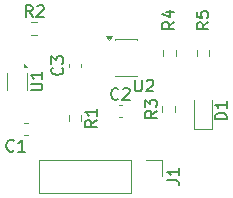
<source format=gbr>
%TF.GenerationSoftware,KiCad,Pcbnew,9.0.6*%
%TF.CreationDate,2026-01-27T12:25:22+08:00*%
%TF.ProjectId,TECHIN514_w26_Lab3,54454348-494e-4353-9134-5f7732365f4c,rev?*%
%TF.SameCoordinates,Original*%
%TF.FileFunction,Legend,Top*%
%TF.FilePolarity,Positive*%
%FSLAX46Y46*%
G04 Gerber Fmt 4.6, Leading zero omitted, Abs format (unit mm)*
G04 Created by KiCad (PCBNEW 9.0.6) date 2026-01-27 12:25:22*
%MOMM*%
%LPD*%
G01*
G04 APERTURE LIST*
%ADD10C,0.150000*%
%ADD11C,0.120000*%
G04 APERTURE END LIST*
D10*
X116578719Y-37468566D02*
X116102528Y-37801899D01*
X116578719Y-38039994D02*
X115578719Y-38039994D01*
X115578719Y-38039994D02*
X115578719Y-37659042D01*
X115578719Y-37659042D02*
X115626338Y-37563804D01*
X115626338Y-37563804D02*
X115673957Y-37516185D01*
X115673957Y-37516185D02*
X115769195Y-37468566D01*
X115769195Y-37468566D02*
X115912052Y-37468566D01*
X115912052Y-37468566D02*
X116007290Y-37516185D01*
X116007290Y-37516185D02*
X116054909Y-37563804D01*
X116054909Y-37563804D02*
X116102528Y-37659042D01*
X116102528Y-37659042D02*
X116102528Y-38039994D01*
X115578719Y-36563804D02*
X115578719Y-37039994D01*
X115578719Y-37039994D02*
X116054909Y-37087613D01*
X116054909Y-37087613D02*
X116007290Y-37039994D01*
X116007290Y-37039994D02*
X115959671Y-36944756D01*
X115959671Y-36944756D02*
X115959671Y-36706661D01*
X115959671Y-36706661D02*
X116007290Y-36611423D01*
X116007290Y-36611423D02*
X116054909Y-36563804D01*
X116054909Y-36563804D02*
X116150147Y-36516185D01*
X116150147Y-36516185D02*
X116388242Y-36516185D01*
X116388242Y-36516185D02*
X116483480Y-36563804D01*
X116483480Y-36563804D02*
X116531100Y-36611423D01*
X116531100Y-36611423D02*
X116578719Y-36706661D01*
X116578719Y-36706661D02*
X116578719Y-36944756D01*
X116578719Y-36944756D02*
X116531100Y-37039994D01*
X116531100Y-37039994D02*
X116483480Y-37087613D01*
X107153219Y-45752566D02*
X106677028Y-46085899D01*
X107153219Y-46323994D02*
X106153219Y-46323994D01*
X106153219Y-46323994D02*
X106153219Y-45943042D01*
X106153219Y-45943042D02*
X106200838Y-45847804D01*
X106200838Y-45847804D02*
X106248457Y-45800185D01*
X106248457Y-45800185D02*
X106343695Y-45752566D01*
X106343695Y-45752566D02*
X106486552Y-45752566D01*
X106486552Y-45752566D02*
X106581790Y-45800185D01*
X106581790Y-45800185D02*
X106629409Y-45847804D01*
X106629409Y-45847804D02*
X106677028Y-45943042D01*
X106677028Y-45943042D02*
X106677028Y-46323994D01*
X107153219Y-44800185D02*
X107153219Y-45371613D01*
X107153219Y-45085899D02*
X106153219Y-45085899D01*
X106153219Y-45085899D02*
X106296076Y-45181137D01*
X106296076Y-45181137D02*
X106391314Y-45276375D01*
X106391314Y-45276375D02*
X106438933Y-45371613D01*
X118130019Y-45687294D02*
X117130019Y-45687294D01*
X117130019Y-45687294D02*
X117130019Y-45449199D01*
X117130019Y-45449199D02*
X117177638Y-45306342D01*
X117177638Y-45306342D02*
X117272876Y-45211104D01*
X117272876Y-45211104D02*
X117368114Y-45163485D01*
X117368114Y-45163485D02*
X117558590Y-45115866D01*
X117558590Y-45115866D02*
X117701447Y-45115866D01*
X117701447Y-45115866D02*
X117891923Y-45163485D01*
X117891923Y-45163485D02*
X117987161Y-45211104D01*
X117987161Y-45211104D02*
X118082400Y-45306342D01*
X118082400Y-45306342D02*
X118130019Y-45449199D01*
X118130019Y-45449199D02*
X118130019Y-45687294D01*
X118130019Y-44163485D02*
X118130019Y-44734913D01*
X118130019Y-44449199D02*
X117130019Y-44449199D01*
X117130019Y-44449199D02*
X117272876Y-44544437D01*
X117272876Y-44544437D02*
X117368114Y-44639675D01*
X117368114Y-44639675D02*
X117415733Y-44734913D01*
X112229619Y-44961566D02*
X111753428Y-45294899D01*
X112229619Y-45532994D02*
X111229619Y-45532994D01*
X111229619Y-45532994D02*
X111229619Y-45152042D01*
X111229619Y-45152042D02*
X111277238Y-45056804D01*
X111277238Y-45056804D02*
X111324857Y-45009185D01*
X111324857Y-45009185D02*
X111420095Y-44961566D01*
X111420095Y-44961566D02*
X111562952Y-44961566D01*
X111562952Y-44961566D02*
X111658190Y-45009185D01*
X111658190Y-45009185D02*
X111705809Y-45056804D01*
X111705809Y-45056804D02*
X111753428Y-45152042D01*
X111753428Y-45152042D02*
X111753428Y-45532994D01*
X111229619Y-44628232D02*
X111229619Y-44009185D01*
X111229619Y-44009185D02*
X111610571Y-44342518D01*
X111610571Y-44342518D02*
X111610571Y-44199661D01*
X111610571Y-44199661D02*
X111658190Y-44104423D01*
X111658190Y-44104423D02*
X111705809Y-44056804D01*
X111705809Y-44056804D02*
X111801047Y-44009185D01*
X111801047Y-44009185D02*
X112039142Y-44009185D01*
X112039142Y-44009185D02*
X112134380Y-44056804D01*
X112134380Y-44056804D02*
X112182000Y-44104423D01*
X112182000Y-44104423D02*
X112229619Y-44199661D01*
X112229619Y-44199661D02*
X112229619Y-44485375D01*
X112229619Y-44485375D02*
X112182000Y-44580613D01*
X112182000Y-44580613D02*
X112134380Y-44628232D01*
X100101733Y-48307980D02*
X100054114Y-48355600D01*
X100054114Y-48355600D02*
X99911257Y-48403219D01*
X99911257Y-48403219D02*
X99816019Y-48403219D01*
X99816019Y-48403219D02*
X99673162Y-48355600D01*
X99673162Y-48355600D02*
X99577924Y-48260361D01*
X99577924Y-48260361D02*
X99530305Y-48165123D01*
X99530305Y-48165123D02*
X99482686Y-47974647D01*
X99482686Y-47974647D02*
X99482686Y-47831790D01*
X99482686Y-47831790D02*
X99530305Y-47641314D01*
X99530305Y-47641314D02*
X99577924Y-47546076D01*
X99577924Y-47546076D02*
X99673162Y-47450838D01*
X99673162Y-47450838D02*
X99816019Y-47403219D01*
X99816019Y-47403219D02*
X99911257Y-47403219D01*
X99911257Y-47403219D02*
X100054114Y-47450838D01*
X100054114Y-47450838D02*
X100101733Y-47498457D01*
X101054114Y-48403219D02*
X100482686Y-48403219D01*
X100768400Y-48403219D02*
X100768400Y-47403219D01*
X100768400Y-47403219D02*
X100673162Y-47546076D01*
X100673162Y-47546076D02*
X100577924Y-47641314D01*
X100577924Y-47641314D02*
X100482686Y-47688933D01*
X101523219Y-43235304D02*
X102332742Y-43235304D01*
X102332742Y-43235304D02*
X102427980Y-43187685D01*
X102427980Y-43187685D02*
X102475600Y-43140066D01*
X102475600Y-43140066D02*
X102523219Y-43044828D01*
X102523219Y-43044828D02*
X102523219Y-42854352D01*
X102523219Y-42854352D02*
X102475600Y-42759114D01*
X102475600Y-42759114D02*
X102427980Y-42711495D01*
X102427980Y-42711495D02*
X102332742Y-42663876D01*
X102332742Y-42663876D02*
X101523219Y-42663876D01*
X102523219Y-41663876D02*
X102523219Y-42235304D01*
X102523219Y-41949590D02*
X101523219Y-41949590D01*
X101523219Y-41949590D02*
X101666076Y-42044828D01*
X101666076Y-42044828D02*
X101761314Y-42140066D01*
X101761314Y-42140066D02*
X101808933Y-42235304D01*
X113103219Y-50831733D02*
X113817504Y-50831733D01*
X113817504Y-50831733D02*
X113960361Y-50879352D01*
X113960361Y-50879352D02*
X114055600Y-50974590D01*
X114055600Y-50974590D02*
X114103219Y-51117447D01*
X114103219Y-51117447D02*
X114103219Y-51212685D01*
X114103219Y-49831733D02*
X114103219Y-50403161D01*
X114103219Y-50117447D02*
X113103219Y-50117447D01*
X113103219Y-50117447D02*
X113246076Y-50212685D01*
X113246076Y-50212685D02*
X113341314Y-50307923D01*
X113341314Y-50307923D02*
X113388933Y-50403161D01*
X108964233Y-43927980D02*
X108916614Y-43975600D01*
X108916614Y-43975600D02*
X108773757Y-44023219D01*
X108773757Y-44023219D02*
X108678519Y-44023219D01*
X108678519Y-44023219D02*
X108535662Y-43975600D01*
X108535662Y-43975600D02*
X108440424Y-43880361D01*
X108440424Y-43880361D02*
X108392805Y-43785123D01*
X108392805Y-43785123D02*
X108345186Y-43594647D01*
X108345186Y-43594647D02*
X108345186Y-43451790D01*
X108345186Y-43451790D02*
X108392805Y-43261314D01*
X108392805Y-43261314D02*
X108440424Y-43166076D01*
X108440424Y-43166076D02*
X108535662Y-43070838D01*
X108535662Y-43070838D02*
X108678519Y-43023219D01*
X108678519Y-43023219D02*
X108773757Y-43023219D01*
X108773757Y-43023219D02*
X108916614Y-43070838D01*
X108916614Y-43070838D02*
X108964233Y-43118457D01*
X109345186Y-43118457D02*
X109392805Y-43070838D01*
X109392805Y-43070838D02*
X109488043Y-43023219D01*
X109488043Y-43023219D02*
X109726138Y-43023219D01*
X109726138Y-43023219D02*
X109821376Y-43070838D01*
X109821376Y-43070838D02*
X109868995Y-43118457D01*
X109868995Y-43118457D02*
X109916614Y-43213695D01*
X109916614Y-43213695D02*
X109916614Y-43308933D01*
X109916614Y-43308933D02*
X109868995Y-43451790D01*
X109868995Y-43451790D02*
X109297567Y-44023219D01*
X109297567Y-44023219D02*
X109916614Y-44023219D01*
X104197980Y-41302566D02*
X104245600Y-41350185D01*
X104245600Y-41350185D02*
X104293219Y-41493042D01*
X104293219Y-41493042D02*
X104293219Y-41588280D01*
X104293219Y-41588280D02*
X104245600Y-41731137D01*
X104245600Y-41731137D02*
X104150361Y-41826375D01*
X104150361Y-41826375D02*
X104055123Y-41873994D01*
X104055123Y-41873994D02*
X103864647Y-41921613D01*
X103864647Y-41921613D02*
X103721790Y-41921613D01*
X103721790Y-41921613D02*
X103531314Y-41873994D01*
X103531314Y-41873994D02*
X103436076Y-41826375D01*
X103436076Y-41826375D02*
X103340838Y-41731137D01*
X103340838Y-41731137D02*
X103293219Y-41588280D01*
X103293219Y-41588280D02*
X103293219Y-41493042D01*
X103293219Y-41493042D02*
X103340838Y-41350185D01*
X103340838Y-41350185D02*
X103388457Y-41302566D01*
X103293219Y-40969232D02*
X103293219Y-40350185D01*
X103293219Y-40350185D02*
X103674171Y-40683518D01*
X103674171Y-40683518D02*
X103674171Y-40540661D01*
X103674171Y-40540661D02*
X103721790Y-40445423D01*
X103721790Y-40445423D02*
X103769409Y-40397804D01*
X103769409Y-40397804D02*
X103864647Y-40350185D01*
X103864647Y-40350185D02*
X104102742Y-40350185D01*
X104102742Y-40350185D02*
X104197980Y-40397804D01*
X104197980Y-40397804D02*
X104245600Y-40445423D01*
X104245600Y-40445423D02*
X104293219Y-40540661D01*
X104293219Y-40540661D02*
X104293219Y-40826375D01*
X104293219Y-40826375D02*
X104245600Y-40921613D01*
X104245600Y-40921613D02*
X104197980Y-40969232D01*
X110360095Y-42321219D02*
X110360095Y-43130742D01*
X110360095Y-43130742D02*
X110407714Y-43225980D01*
X110407714Y-43225980D02*
X110455333Y-43273600D01*
X110455333Y-43273600D02*
X110550571Y-43321219D01*
X110550571Y-43321219D02*
X110741047Y-43321219D01*
X110741047Y-43321219D02*
X110836285Y-43273600D01*
X110836285Y-43273600D02*
X110883904Y-43225980D01*
X110883904Y-43225980D02*
X110931523Y-43130742D01*
X110931523Y-43130742D02*
X110931523Y-42321219D01*
X111360095Y-42416457D02*
X111407714Y-42368838D01*
X111407714Y-42368838D02*
X111502952Y-42321219D01*
X111502952Y-42321219D02*
X111741047Y-42321219D01*
X111741047Y-42321219D02*
X111836285Y-42368838D01*
X111836285Y-42368838D02*
X111883904Y-42416457D01*
X111883904Y-42416457D02*
X111931523Y-42511695D01*
X111931523Y-42511695D02*
X111931523Y-42606933D01*
X111931523Y-42606933D02*
X111883904Y-42749790D01*
X111883904Y-42749790D02*
X111312476Y-43321219D01*
X111312476Y-43321219D02*
X111931523Y-43321219D01*
X101689233Y-37023219D02*
X101355900Y-36547028D01*
X101117805Y-37023219D02*
X101117805Y-36023219D01*
X101117805Y-36023219D02*
X101498757Y-36023219D01*
X101498757Y-36023219D02*
X101593995Y-36070838D01*
X101593995Y-36070838D02*
X101641614Y-36118457D01*
X101641614Y-36118457D02*
X101689233Y-36213695D01*
X101689233Y-36213695D02*
X101689233Y-36356552D01*
X101689233Y-36356552D02*
X101641614Y-36451790D01*
X101641614Y-36451790D02*
X101593995Y-36499409D01*
X101593995Y-36499409D02*
X101498757Y-36547028D01*
X101498757Y-36547028D02*
X101117805Y-36547028D01*
X102070186Y-36118457D02*
X102117805Y-36070838D01*
X102117805Y-36070838D02*
X102213043Y-36023219D01*
X102213043Y-36023219D02*
X102451138Y-36023219D01*
X102451138Y-36023219D02*
X102546376Y-36070838D01*
X102546376Y-36070838D02*
X102593995Y-36118457D01*
X102593995Y-36118457D02*
X102641614Y-36213695D01*
X102641614Y-36213695D02*
X102641614Y-36308933D01*
X102641614Y-36308933D02*
X102593995Y-36451790D01*
X102593995Y-36451790D02*
X102022567Y-37023219D01*
X102022567Y-37023219D02*
X102641614Y-37023219D01*
X113685019Y-37419666D02*
X113208828Y-37752999D01*
X113685019Y-37991094D02*
X112685019Y-37991094D01*
X112685019Y-37991094D02*
X112685019Y-37610142D01*
X112685019Y-37610142D02*
X112732638Y-37514904D01*
X112732638Y-37514904D02*
X112780257Y-37467285D01*
X112780257Y-37467285D02*
X112875495Y-37419666D01*
X112875495Y-37419666D02*
X113018352Y-37419666D01*
X113018352Y-37419666D02*
X113113590Y-37467285D01*
X113113590Y-37467285D02*
X113161209Y-37514904D01*
X113161209Y-37514904D02*
X113208828Y-37610142D01*
X113208828Y-37610142D02*
X113208828Y-37991094D01*
X113018352Y-36562523D02*
X113685019Y-36562523D01*
X112637400Y-36800618D02*
X113351685Y-37038713D01*
X113351685Y-37038713D02*
X113351685Y-36419666D01*
D11*
%TO.C,R5*%
X115603300Y-39815776D02*
X115603300Y-40325224D01*
X116648300Y-39815776D02*
X116648300Y-40325224D01*
%TO.C,R1*%
X104745900Y-45331176D02*
X104745900Y-45840624D01*
X105790900Y-45331176D02*
X105790900Y-45840624D01*
%TO.C,D1*%
X115390800Y-44008200D02*
X115390800Y-46468200D01*
X115390800Y-46468200D02*
X116860800Y-46468200D01*
X116860800Y-46468200D02*
X116860800Y-44008200D01*
%TO.C,R3*%
X112682300Y-45049624D02*
X112682300Y-44540176D01*
X113727300Y-45049624D02*
X113727300Y-44540176D01*
%TO.C,C1*%
X101277167Y-45988400D02*
X100984633Y-45988400D01*
X101277167Y-47008400D02*
X100984633Y-47008400D01*
%TO.C,U1*%
X99508400Y-41723400D02*
X99508400Y-43223400D01*
X101228400Y-41723400D02*
X101228400Y-43223400D01*
X101248400Y-41273400D02*
X100968400Y-41273400D01*
X100968400Y-40993400D01*
X101248400Y-41273400D01*
G36*
X101248400Y-41273400D02*
G01*
X100968400Y-41273400D01*
X100968400Y-40993400D01*
X101248400Y-41273400D01*
G37*
%TO.C,J1*%
X102268400Y-49118400D02*
X102268400Y-51878400D01*
X109998400Y-49118400D02*
X102268400Y-49118400D01*
X109998400Y-49118400D02*
X109998400Y-51878400D01*
X109998400Y-51878400D02*
X102268400Y-51878400D01*
X111268400Y-49118400D02*
X112648400Y-49118400D01*
X112648400Y-49118400D02*
X112648400Y-50498400D01*
%TO.C,C2*%
X108984633Y-44488400D02*
X109277167Y-44488400D01*
X108984633Y-45508400D02*
X109277167Y-45508400D01*
%TO.C,C3*%
X104758400Y-41282167D02*
X104758400Y-40989633D01*
X105778400Y-41282167D02*
X105778400Y-40989633D01*
%TO.C,U2*%
X108682500Y-38903600D02*
X110502500Y-38903600D01*
X108682500Y-38953600D02*
X108682500Y-38903600D01*
X108682500Y-42023600D02*
X108682500Y-41973600D01*
X110502500Y-38903600D02*
X110502500Y-38953600D01*
X110502500Y-41973600D02*
X110502500Y-42023600D01*
X110502500Y-42023600D02*
X108682500Y-42023600D01*
X108142500Y-38953600D02*
X107902500Y-38623600D01*
X108382500Y-38623600D01*
X108142500Y-38953600D01*
G36*
X108142500Y-38953600D02*
G01*
X107902500Y-38623600D01*
X108382500Y-38623600D01*
X108142500Y-38953600D01*
G37*
%TO.C,R2*%
X101601176Y-37475900D02*
X102110624Y-37475900D01*
X101601176Y-38520900D02*
X102110624Y-38520900D01*
%TO.C,R4*%
X112758500Y-40325224D02*
X112758500Y-39815776D01*
X113803500Y-40325224D02*
X113803500Y-39815776D01*
%TD*%
M02*

</source>
